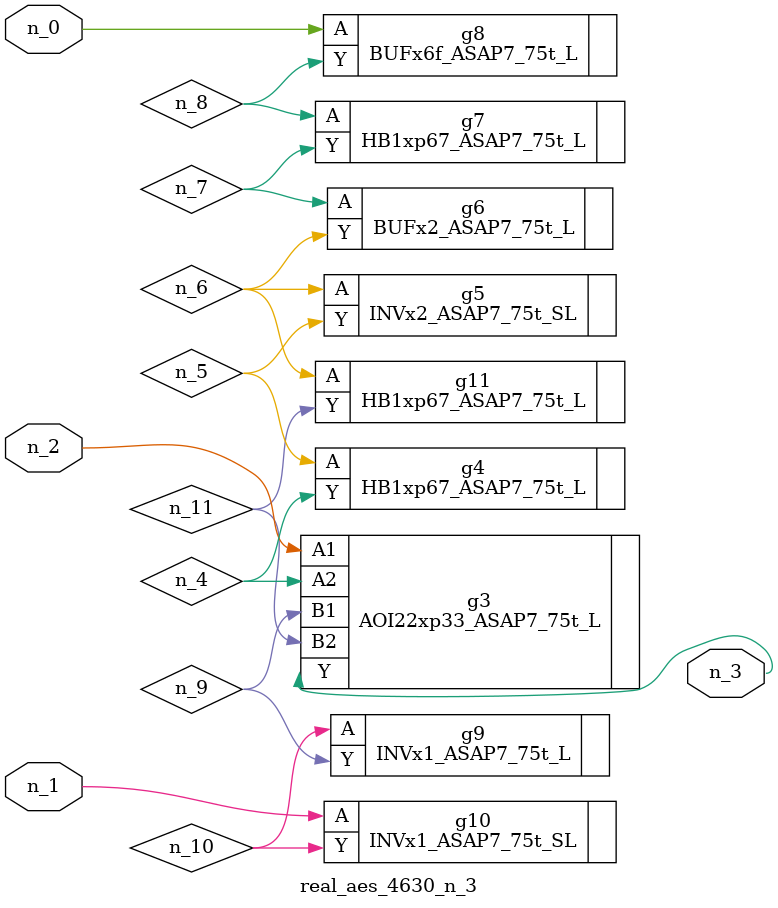
<source format=v>
module real_aes_4630_n_3 (n_0, n_2, n_1, n_3);
input n_0;
input n_2;
input n_1;
output n_3;
wire n_4;
wire n_5;
wire n_7;
wire n_9;
wire n_6;
wire n_8;
wire n_10;
wire n_11;
BUFx6f_ASAP7_75t_L g8 ( .A(n_0), .Y(n_8) );
INVx1_ASAP7_75t_SL g10 ( .A(n_1), .Y(n_10) );
AOI22xp33_ASAP7_75t_L g3 ( .A1(n_2), .A2(n_4), .B1(n_9), .B2(n_11), .Y(n_3) );
HB1xp67_ASAP7_75t_L g4 ( .A(n_5), .Y(n_4) );
INVx2_ASAP7_75t_SL g5 ( .A(n_6), .Y(n_5) );
HB1xp67_ASAP7_75t_L g11 ( .A(n_6), .Y(n_11) );
BUFx2_ASAP7_75t_L g6 ( .A(n_7), .Y(n_6) );
HB1xp67_ASAP7_75t_L g7 ( .A(n_8), .Y(n_7) );
INVx1_ASAP7_75t_L g9 ( .A(n_10), .Y(n_9) );
endmodule
</source>
